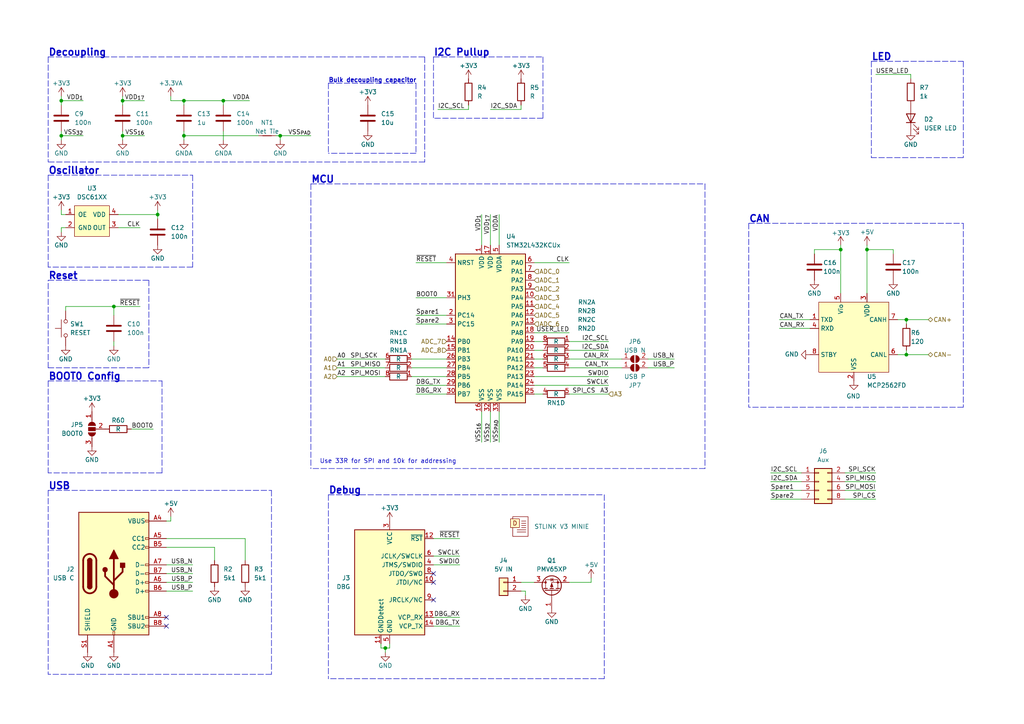
<source format=kicad_sch>
(kicad_sch (version 20211123) (generator eeschema)
  (paper "A4")
  (title_block (title "An2CAN") (date "2022-04-19") (rev "V0") (company "E-Agle TRT") (comment 1 "Thomas Nonis"))
  (lib_symbols
    (symbol "Connector:Conn_ST_STDC14"
      (property "Reference" "J" (at -8.89 16.51 0))
      (property "Value" "Conn_ST_STDC14" (at 17.78 16.51 0))
      (symbol "Conn_ST_STDC14_0_1"
        (rectangle (start -10.16 15.24) (end 10.16 -15.24) (stroke (width 0.254)) (fill (type background)))
      )
      (symbol "Conn_ST_STDC14_1_1"
        (pin no_connect line (at -10.16 5.08 0) (length 2.54) hide (name "NC") (number "1"))
        (pin output line (at 12.7 0 180) (length 2.54) (name "JTDI/NC") (number "10"))
        (pin passive line (at -2.54 -17.78 90) (length 2.54) (name "GNDDetect") (number "11"))
        (pin open_collector line (at 12.7 12.7 180) (length 2.54) (name "~{RST}") (number "12"))
        (pin output line (at 12.7 -10.16 180) (length 2.54) (name "VCP_RX") (number "13"))
        (pin input line (at 12.7 -12.7 180) (length 2.54) (name "VCP_TX") (number "14"))
        (pin no_connect line (at -10.16 2.54 0) (length 2.54) hide (name "NC") (number "2"))
        (pin power_in line (at 0 17.78 270) (length 2.54) (name "VCC") (number "3"))
        (pin bidirectional line (at 12.7 5.08 180) (length 2.54) (name "JTMS/SWDIO") (number "4"))
        (pin power_in line (at 0 -17.78 90) (length 2.54) (name "GND") (number "5"))
        (pin output line (at 12.7 7.62 180) (length 2.54) (name "JCLK/SWCLK") (number "6"))
        (pin passive line (at 0 -17.78 90) (length 2.54) hide (name "GND") (number "7"))
        (pin input line (at 12.7 2.54 180) (length 2.54) (name "JTDO/SWO") (number "8"))
        (pin input line (at 12.7 -5.08 180) (length 2.54) (name "JRCLK/NC") (number "9"))
      )
    )
    (symbol "Connector:USB_C_Receptacle_USB2.0" (pin_names (offset 1.016))
      (property "Reference" "J" (at -10.16 19.05 0))
      (property "Value" "USB_C_Receptacle_USB2.0" (at 19.05 19.05 0))
      (symbol "USB_C_Receptacle_USB2.0_0_0"
        (rectangle (start -0.254 -17.78) (end 0.254 -16.764))
        (rectangle (start 10.16 -14.986) (end 9.144 -15.494))
        (rectangle (start 10.16 -12.446) (end 9.144 -12.954))
        (rectangle (start 10.16 -4.826) (end 9.144 -5.334))
        (rectangle (start 10.16 -2.286) (end 9.144 -2.794))
        (rectangle (start 10.16 0.254) (end 9.144 -0.254))
        (rectangle (start 10.16 2.794) (end 9.144 2.286))
        (rectangle (start 10.16 7.874) (end 9.144 7.366))
        (rectangle (start 10.16 10.414) (end 9.144 9.906))
        (rectangle (start 10.16 15.494) (end 9.144 14.986))
      )
      (symbol "USB_C_Receptacle_USB2.0_0_1"
        (rectangle (start -10.16 17.78) (end 10.16 -17.78) (stroke (width 0.254)) (fill (type background)))
        (arc (start -8.89 -3.81) (mid -6.985 -5.715) (end -5.08 -3.81) (stroke (width 0.508)))
        (arc (start -7.62 -3.81) (mid -6.985 -4.445) (end -6.35 -3.81) (stroke (width 0.254)))
        (arc (start -7.62 -3.81) (mid -6.985 -4.445) (end -6.35 -3.81) (stroke (width 0.254)) (fill (type outline)))
        (rectangle (start -7.62 -3.81) (end -6.35 3.81) (stroke (width 0.254)) (fill (type outline)))
        (arc (start -6.35 3.81) (mid -6.985 4.445) (end -7.62 3.81) (stroke (width 0.254)))
        (arc (start -6.35 3.81) (mid -6.985 4.445) (end -7.62 3.81) (stroke (width 0.254)) (fill (type outline)))
        (arc (start -5.08 3.81) (mid -6.985 5.715) (end -8.89 3.81) (stroke (width 0.508)))
        (circle (center -2.54 1.143) (radius 0.635) (stroke (width 0.254)) (fill (type outline)))
        (circle (center 0 -5.842) (radius 1.27) (fill (type outline)))
        (polyline (pts (xy -8.89 -3.81) (xy -8.89 3.81)) (stroke (width 0.508)))
        (polyline (pts (xy -5.08 3.81) (xy -5.08 -3.81)) (stroke (width 0.508)))
        (polyline (pts (xy 0 -5.842) (xy 0 4.318)) (stroke (width 0.508)))
        (polyline (pts (xy 0 -3.302) (xy -2.54 -0.762) (xy -2.54 0.508)) (stroke (width 0.508)))
        (polyline (pts (xy 0 -2.032) (xy 2.54 0.508) (xy 2.54 1.778)) (stroke (width 0.508)))
        (polyline (pts (xy -1.27 4.318) (xy 0 6.858) (xy 1.27 4.318) (xy -1.27 4.318)) (stroke (width 0.254)) (fill (type outline)))
        (rectangle (start 1.905 1.778) (end 3.175 3.048) (stroke (width 0.254)) (fill (type outline)))
      )
      (symbol "USB_C_Receptacle_USB2.0_1_1"
        (pin passive line (at 0 -22.86 90) (length 5.08) (name "GND") (number "A1"))
        (pin passive line (at 0 -22.86 90) (length 5.08) hide (name "GND") (number "A12"))
        (pin passive line (at 15.24 15.24 180) (length 5.08) (name "VBUS") (number "A4"))
        (pin bidirectional line (at 15.24 10.16 180) (length 5.08) (name "CC1") (number "A5"))
        (pin bidirectional line (at 15.24 -2.54 180) (length 5.08) (name "D+") (number "A6"))
        (pin bidirectional line (at 15.24 2.54 180) (length 5.08) (name "D-") (number "A7"))
        (pin bidirectional line (at 15.24 -12.7 180) (length 5.08) (name "SBU1") (number "A8"))
        (pin passive line (at 15.24 15.24 180) (length 5.08) hide (name "VBUS") (number "A9"))
        (pin passive line (at 0 -22.86 90) (length 5.08) hide (name "GND") (number "B1"))
        (pin passive line (at 0 -22.86 90) (length 5.08) hide (name "GND") (number "B12"))
        (pin passive line (at 15.24 15.24 180) (length 5.08) hide (name "VBUS") (number "B4"))
        (pin bidirectional line (at 15.24 7.62 180) (length 5.08) (name "CC2") (number "B5"))
        (pin bidirectional line (at 15.24 -5.08 180) (length 5.08) (name "D+") (number "B6"))
        (pin bidirectional line (at 15.24 0 180) (length 5.08) (name "D-") (number "B7"))
        (pin bidirectional line (at 15.24 -15.24 180) (length 5.08) (name "SBU2") (number "B8"))
        (pin passive line (at 15.24 15.24 180) (length 5.08) hide (name "VBUS") (number "B9"))
        (pin passive line (at -7.62 -22.86 90) (length 5.08) (name "SHIELD") (number "S1"))
      )
    )
    (symbol "Connector_Generic:Conn_01x02" (pin_names (offset 1.016) hide)
      (property "Reference" "J" (at 0 2.54 0))
      (property "Value" "Conn_01x02" (at 0 -5.08 0))
      (symbol "Conn_01x02_1_1"
        (rectangle (start -1.27 -2.413) (end 0 -2.667) (stroke (width 0.1524)))
        (rectangle (start -1.27 0.127) (end 0 -0.127) (stroke (width 0.1524)))
        (rectangle (start -1.27 1.27) (end 1.27 -3.81) (stroke (width 0.254)) (fill (type background)))
        (pin passive line (at -5.08 0 0) (length 3.81) (name "Pin_1") (number "1"))
        (pin passive line (at -5.08 -2.54 0) (length 3.81) (name "Pin_2") (number "2"))
      )
    )
    (symbol "Connector_Generic:Conn_02x04_Odd_Even" (pin_names (offset 1.016) hide)
      (property "Reference" "J" (at 1.27 5.08 0))
      (property "Value" "Conn_02x04_Odd_Even" (at 1.27 -7.62 0))
      (symbol "Conn_02x04_Odd_Even_1_1"
        (rectangle (start -1.27 -4.953) (end 0 -5.207) (stroke (width 0.1524)))
        (rectangle (start -1.27 -2.413) (end 0 -2.667) (stroke (width 0.1524)))
        (rectangle (start -1.27 0.127) (end 0 -0.127) (stroke (width 0.1524)))
        (rectangle (start -1.27 2.667) (end 0 2.413) (stroke (width 0.1524)))
        (rectangle (start -1.27 3.81) (end 3.81 -6.35) (stroke (width 0.254)) (fill (type background)))
        (rectangle (start 3.81 -4.953) (end 2.54 -5.207) (stroke (width 0.1524)))
        (rectangle (start 3.81 -2.413) (end 2.54 -2.667) (stroke (width 0.1524)))
        (rectangle (start 3.81 0.127) (end 2.54 -0.127) (stroke (width 0.1524)))
        (rectangle (start 3.81 2.667) (end 2.54 2.413) (stroke (width 0.1524)))
        (pin passive line (at -5.08 2.54 0) (length 3.81) (name "Pin_1") (number "1"))
        (pin passive line (at 7.62 2.54 180) (length 3.81) (name "Pin_2") (number "2"))
        (pin passive line (at -5.08 0 0) (length 3.81) (name "Pin_3") (number "3"))
        (pin passive line (at 7.62 0 180) (length 3.81) (name "Pin_4") (number "4"))
        (pin passive line (at -5.08 -2.54 0) (length 3.81) (name "Pin_5") (number "5"))
        (pin passive line (at 7.62 -2.54 180) (length 3.81) (name "Pin_6") (number "6"))
        (pin passive line (at -5.08 -5.08 0) (length 3.81) (name "Pin_7") (number "7"))
        (pin passive line (at 7.62 -5.08 180) (length 3.81) (name "Pin_8") (number "8"))
      )
    )
    (symbol "Device:C" (pin_numbers hide) (pin_names (offset 0.254))
      (property "Reference" "C" (at 0.635 2.54 0))
      (property "Value" "C" (at 0.635 -2.54 0))
      (symbol "C_0_1"
        (polyline (pts (xy -2.032 -0.762) (xy 2.032 -0.762)) (stroke (width 0.508)))
        (polyline (pts (xy -2.032 0.762) (xy 2.032 0.762)) (stroke (width 0.508)))
      )
      (symbol "C_1_1"
        (pin passive line (at 0 3.81 270) (length 2.794) (name "~") (number "1"))
        (pin passive line (at 0 -3.81 90) (length 2.794) (name "~") (number "2"))
      )
    )
    (symbol "Device:LED" (pin_numbers hide) (pin_names (offset 1.016) hide)
      (property "Reference" "D" (at 0 2.54 0))
      (property "Value" "LED" (at 0 -2.54 0))
      (symbol "LED_0_1"
        (polyline (pts (xy -1.27 -1.27) (xy -1.27 1.27)) (stroke (width 0.254)))
        (polyline (pts (xy -1.27 0) (xy 1.27 0)))
        (polyline (pts (xy 1.27 -1.27) (xy 1.27 1.27) (xy -1.27 0) (xy 1.27 -1.27)) (stroke (width 0.254)))
        (polyline (pts (xy -3.048 -0.762) (xy -4.572 -2.286) (xy -3.81 -2.286) (xy -4.572 -2.286) (xy -4.572 -1.524)))
        (polyline (pts (xy -1.778 -0.762) (xy -3.302 -2.286) (xy -2.54 -2.286) (xy -3.302 -2.286) (xy -3.302 -1.524)))
      )
      (symbol "LED_1_1"
        (pin passive line (at -3.81 0 0) (length 2.54) (name "K") (number "1"))
        (pin passive line (at 3.81 0 180) (length 2.54) (name "A") (number "2"))
      )
    )
    (symbol "Device:NetTie_2" (pin_numbers hide) (pin_names (offset 0) hide) (in_bom no)
      (property "Reference" "NT" (at 0 1.27 0))
      (property "Value" "NetTie_2" (at 0 -1.27 0))
      (symbol "NetTie_2_0_1"
        (polyline (pts (xy -1.27 0) (xy 1.27 0)) (stroke (width 0.254)))
      )
      (symbol "NetTie_2_1_1"
        (pin passive line (at -2.54 0 0) (length 2.54) (name "1") (number "1"))
        (pin passive line (at 2.54 0 180) (length 2.54) (name "2") (number "2"))
      )
    )
    (symbol "Device:Q_PMOS_GSD" (pin_names (offset 0) hide)
      (property "Reference" "Q" (at 5.08 1.27 0))
      (property "Value" "Q_PMOS_GSD" (at 5.08 -1.27 0))
      (symbol "Q_PMOS_GSD_0_1"
        (polyline (pts (xy 0.254 0) (xy -2.54 0)))
        (polyline (pts (xy 0.254 1.905) (xy 0.254 -1.905)) (stroke (width 0.254)))
        (polyline (pts (xy 0.762 -1.27) (xy 0.762 -2.286)) (stroke (width 0.254)))
        (polyline (pts (xy 0.762 0.508) (xy 0.762 -0.508)) (stroke (width 0.254)))
        (polyline (pts (xy 0.762 2.286) (xy 0.762 1.27)) (stroke (width 0.254)))
        (polyline (pts (xy 2.54 2.54) (xy 2.54 1.778)))
        (polyline (pts (xy 2.54 -2.54) (xy 2.54 0) (xy 0.762 0)))
        (polyline (pts (xy 0.762 1.778) (xy 3.302 1.778) (xy 3.302 -1.778) (xy 0.762 -1.778)))
        (polyline (pts (xy 2.286 0) (xy 1.27 0.381) (xy 1.27 -0.381) (xy 2.286 0)) (fill (type outline)))
        (polyline (pts (xy 2.794 -0.508) (xy 2.921 -0.381) (xy 3.683 -0.381) (xy 3.81 -0.254)))
        (polyline (pts (xy 3.302 -0.381) (xy 2.921 0.254) (xy 3.683 0.254) (xy 3.302 -0.381)))
        (circle (center 1.651 0) (radius 2.794) (stroke (width 0.254)))
        (circle (center 2.54 -1.778) (radius 0.254) (fill (type outline)))
        (circle (center 2.54 1.778) (radius 0.254) (fill (type outline)))
      )
      (symbol "Q_PMOS_GSD_1_1"
        (pin input line (at -5.08 0 0) (length 2.54) (name "G") (number "1"))
        (pin passive line (at 2.54 -5.08 90) (length 2.54) (name "S") (number "2"))
        (pin passive line (at 2.54 5.08 270) (length 2.54) (name "D") (number "3"))
      )
    )
    (symbol "Device:R" (pin_numbers hide) (pin_names (offset 0))
      (property "Reference" "R" (at 2.032 0 90))
      (property "Value" "R" (at 0 0 90))
      (symbol "R_0_1"
        (rectangle (start -1.016 -2.54) (end 1.016 2.54) (stroke (width 0.254)))
      )
      (symbol "R_1_1"
        (pin passive line (at 0 3.81 270) (length 1.27) (name "~") (number "1"))
        (pin passive line (at 0 -3.81 90) (length 1.27) (name "~") (number "2"))
      )
    )
    (symbol "Device:R_Pack04_Split" (pin_names (offset 0) hide)
      (property "Reference" "RN" (at 2.032 0 90))
      (property "Value" "R_Pack04_Split" (at 0 0 90))
      (symbol "R_Pack04_Split_0_1"
        (rectangle (start 1.016 2.54) (end -1.016 -2.54) (stroke (width 0.254)))
      )
      (symbol "R_Pack04_Split_1_1"
        (pin passive line (at 0 -3.81 90) (length 1.27) (name "R1.1") (number "1"))
        (pin passive line (at 0 3.81 270) (length 1.27) (name "R1.2") (number "8"))
      )
      (symbol "R_Pack04_Split_2_1"
        (pin passive line (at 0 -3.81 90) (length 1.27) (name "R2.1") (number "2"))
        (pin passive line (at 0 3.81 270) (length 1.27) (name "R2.2") (number "7"))
      )
      (symbol "R_Pack04_Split_3_1"
        (pin passive line (at 0 -3.81 90) (length 1.27) (name "R3.1") (number "3"))
        (pin passive line (at 0 3.81 270) (length 1.27) (name "R3.2") (number "6"))
      )
      (symbol "R_Pack04_Split_4_1"
        (pin passive line (at 0 -3.81 90) (length 1.27) (name "R4.1") (number "4"))
        (pin passive line (at 0 3.81 270) (length 1.27) (name "R4.2") (number "5"))
      )
    )
    (symbol "Eagle_Main:DSC61XX" (pin_names (offset 1.016))
      (property "Reference" "U" (at -3.81 7.62 0))
      (property "Value" "DSC61XX" (at 0 5.08 0))
      (symbol "DSC61XX_0_1"
        (rectangle (start -5.08 3.81) (end 5.08 -5.08) (fill (type background)))
      )
      (symbol "DSC61XX_1_1"
        (pin input line (at -7.62 1.27 0) (length 2.54) (name "OE") (number "1"))
        (pin power_in line (at -7.62 -2.54 0) (length 2.54) (name "GND") (number "2"))
        (pin output line (at 7.62 -2.54 180) (length 2.54) (name "OUT") (number "3"))
        (pin power_in line (at 7.62 1.27 180) (length 2.54) (name "VDD") (number "4"))
      )
    )
    (symbol "Eagle_Main:MCP2562"
      (property "Reference" "U" (at 0 1.27 0))
      (property "Value" "MCP2562" (at 0 -1.27 0))
      (symbol "MCP2562_0_1"
        (polyline (pts (xy -10.16 10.16) (xy 10.16 10.16) (xy 10.16 -10.16) (xy -10.16 -10.16) (xy -10.16 10.16)) (stroke (width 0.1524)) (fill (type background)))
      )
      (symbol "MCP2562_1_1"
        (pin input line (at -12.7 5.08 0) (length 2.54) (name "TXD") (number "1"))
        (pin power_in line (at 0 -12.7 90) (length 2.54) (name "VSS") (number "2"))
        (pin power_in line (at 3.81 12.7 270) (length 2.54) (name "VDD") (number "3"))
        (pin output line (at -12.7 2.54 0) (length 2.54) (name "RXD") (number "4"))
        (pin power_in line (at -3.81 12.7 270) (length 2.54) (name "Vio") (number "5"))
        (pin bidirectional line (at 12.7 -5.08 180) (length 2.54) (name "CANL") (number "6"))
        (pin bidirectional line (at 12.7 5.08 180) (length 2.54) (name "CANH") (number "7"))
        (pin input line (at -12.7 -5.08 0) (length 2.54) (name "STBY") (number "8"))
      )
    )
    (symbol "Eagle_Symbols:Datasheet" (on_board no)
      (property "Value" "Datasheet" (at 0 3.81 0))
      (symbol "Datasheet_0_0"
        (text "D" (at -1.778 0.635 0) (effects (font (size 1.27 1.27))))
      )
      (symbol "Datasheet_0_1"
        (rectangle (start -3.048 1.905) (end -0.508 -0.635) (fill (type background)))
        (polyline (pts (xy -1.143 -1.905) (xy 1.397 -1.905)))
        (polyline (pts (xy -1.143 -1.27) (xy 1.397 -1.27)))
        (polyline (pts (xy 0.127 -0.635) (xy 1.397 -0.635)))
        (polyline (pts (xy 0.127 0) (xy 1.397 0)))
        (polyline (pts (xy 0.127 0.635) (xy 1.397 0.635)))
        (polyline (pts (xy 0.127 1.27) (xy 1.397 1.27)))
        (polyline (pts (xy -2.413 1.905) (xy -2.413 2.54) (xy 2.032 2.54) (xy 2.032 -3.175) (xy -2.413 -3.175) (xy -2.413 -0.635)))
      )
    )
    (symbol "Jumper:SolderJumper_2_Open" (pin_names (offset 0) hide)
      (property "Reference" "JP" (at 0 2.032 0))
      (property "Value" "SolderJumper_2_Open" (at 0 -2.54 0))
      (symbol "SolderJumper_2_Open_0_1"
        (arc (start -0.254 1.016) (mid -1.27 0) (end -0.254 -1.016))
        (arc (start -0.254 1.016) (mid -1.27 0) (end -0.254 -1.016) (fill (type outline)))
        (polyline (pts (xy -0.254 1.016) (xy -0.254 -1.016)))
        (polyline (pts (xy 0.254 1.016) (xy 0.254 -1.016)))
        (arc (start 0.254 -1.016) (mid 1.27 0) (end 0.254 1.016))
        (arc (start 0.254 -1.016) (mid 1.27 0) (end 0.254 1.016) (fill (type outline)))
      )
      (symbol "SolderJumper_2_Open_1_1"
        (pin passive line (at -3.81 0 0) (length 2.54) (name "A") (number "1"))
        (pin passive line (at 3.81 0 180) (length 2.54) (name "B") (number "2"))
      )
    )
    (symbol "Jumper:SolderJumper_3_Open" (pin_names (offset 0) hide)
      (property "Reference" "JP" (at -2.54 -2.54 0))
      (property "Value" "SolderJumper_3_Open" (at 0 2.794 0))
      (symbol "SolderJumper_3_Open_0_1"
        (arc (start -1.016 1.016) (mid -2.032 0) (end -1.016 -1.016))
        (arc (start -1.016 1.016) (mid -2.032 0) (end -1.016 -1.016) (fill (type outline)))
        (rectangle (start -0.508 1.016) (end 0.508 -1.016) (fill (type outline)))
        (polyline (pts (xy -2.54 0) (xy -2.032 0)))
        (polyline (pts (xy -1.016 1.016) (xy -1.016 -1.016)))
        (polyline (pts (xy 0 -1.27) (xy 0 -1.016)))
        (polyline (pts (xy 1.016 1.016) (xy 1.016 -1.016)))
        (polyline (pts (xy 2.54 0) (xy 2.032 0)))
        (arc (start 1.016 -1.016) (mid 2.032 0) (end 1.016 1.016))
        (arc (start 1.016 -1.016) (mid 2.032 0) (end 1.016 1.016) (fill (type outline)))
      )
      (symbol "SolderJumper_3_Open_1_1"
        (pin passive line (at -5.08 0 0) (length 2.54) (name "A") (number "1"))
        (pin passive line (at 0 -3.81 90) (length 2.54) (name "C") (number "2"))
        (pin passive line (at 5.08 0 180) (length 2.54) (name "B") (number "3"))
      )
    )
    (symbol "MCU_ST_STM32L4:STM32L432KCUx"
      (property "Reference" "U" (at -10.16 21.59 0))
      (property "Value" "STM32L432KCUx" (at 5.08 21.59 0))
      (symbol "STM32L432KCUx_0_1"
        (rectangle (start -10.16 -22.86) (end 10.16 20.32) (stroke (width 0.254)) (fill (type background)))
      )
      (symbol "STM32L432KCUx_1_1"
        (pin power_in line (at -2.54 22.86 270) (length 2.54) (name "VDD") (number "1"))
        (pin bidirectional line (at 12.7 7.62 180) (length 2.54) (name "PA4") (number "10"))
        (pin bidirectional line (at 12.7 5.08 180) (length 2.54) (name "PA5") (number "11"))
        (pin bidirectional line (at 12.7 2.54 180) (length 2.54) (name "PA6") (number "12"))
        (pin bidirectional line (at 12.7 0 180) (length 2.54) (name "PA7") (number "13"))
        (pin bidirectional line (at -12.7 -5.08 0) (length 2.54) (name "PB0") (number "14"))
        (pin bidirectional line (at -12.7 -7.62 0) (length 2.54) (name "PB1") (number "15"))
        (pin power_in line (at -2.54 -25.4 90) (length 2.54) (name "VSS") (number "16"))
        (pin power_in line (at 0 22.86 270) (length 2.54) (name "VDD") (number "17"))
        (pin bidirectional line (at 12.7 -2.54 180) (length 2.54) (name "PA8") (number "18"))
        (pin bidirectional line (at 12.7 -5.08 180) (length 2.54) (name "PA9") (number "19"))
        (pin bidirectional line (at -12.7 2.54 0) (length 2.54) (name "PC14") (number "2"))
        (pin bidirectional line (at 12.7 -7.62 180) (length 2.54) (name "PA10") (number "20"))
        (pin bidirectional line (at 12.7 -10.16 180) (length 2.54) (name "PA11") (number "21"))
        (pin bidirectional line (at 12.7 -12.7 180) (length 2.54) (name "PA12") (number "22"))
        (pin bidirectional line (at 12.7 -15.24 180) (length 2.54) (name "PA13") (number "23"))
        (pin bidirectional line (at 12.7 -17.78 180) (length 2.54) (name "PA14") (number "24"))
        (pin bidirectional line (at 12.7 -20.32 180) (length 2.54) (name "PA15") (number "25"))
        (pin bidirectional line (at -12.7 -10.16 0) (length 2.54) (name "PB3") (number "26"))
        (pin bidirectional line (at -12.7 -12.7 0) (length 2.54) (name "PB4") (number "27"))
        (pin bidirectional line (at -12.7 -15.24 0) (length 2.54) (name "PB5") (number "28"))
        (pin bidirectional line (at -12.7 -17.78 0) (length 2.54) (name "PB6") (number "29"))
        (pin bidirectional line (at -12.7 0 0) (length 2.54) (name "PC15") (number "3"))
        (pin bidirectional line (at -12.7 -20.32 0) (length 2.54) (name "PB7") (number "30"))
        (pin bidirectional line (at -12.7 7.62 0) (length 2.54) (name "PH3") (number "31"))
        (pin power_in line (at 0 -25.4 90) (length 2.54) (name "VSS") (number "32"))
        (pin power_in line (at 2.54 -25.4 90) (length 2.54) (name "VSS") (number "33"))
        (pin input line (at -12.7 17.78 0) (length 2.54) (name "NRST") (number "4"))
        (pin power_in line (at 2.54 22.86 270) (length 2.54) (name "VDDA") (number "5"))
        (pin bidirectional line (at 12.7 17.78 180) (length 2.54) (name "PA0") (number "6"))
        (pin bidirectional line (at 12.7 15.24 180) (length 2.54) (name "PA1") (number "7"))
        (pin bidirectional line (at 12.7 12.7 180) (length 2.54) (name "PA2") (number "8"))
        (pin bidirectional line (at 12.7 10.16 180) (length 2.54) (name "PA3") (number "9"))
      )
    )
    (symbol "Switch:SW_Push" (pin_numbers hide) (pin_names (offset 1.016) hide)
      (property "Reference" "SW" (at 1.27 2.54 0))
      (property "Value" "SW_Push" (at 0 -1.524 0))
      (symbol "SW_Push_0_1"
        (circle (center -2.032 0) (radius 0.508))
        (polyline (pts (xy 0 1.27) (xy 0 3.048)))
        (polyline (pts (xy 2.54 1.27) (xy -2.54 1.27)))
        (circle (center 2.032 0) (radius 0.508))
        (pin passive line (at -5.08 0 0) (length 2.54) (name "1") (number "1"))
        (pin passive line (at 5.08 0 180) (length 2.54) (name "2") (number "2"))
      )
    )
    (symbol "power:+3.3VA" (power) (pin_names (offset 0))
      (property "Value" "+3.3VA" (at 0 3.556 0))
      (symbol "+3.3VA_0_1"
        (polyline (pts (xy -0.762 1.27) (xy 0 2.54)))
        (polyline (pts (xy 0 0) (xy 0 2.54)))
        (polyline (pts (xy 0 2.54) (xy 0.762 1.27)))
      )
      (symbol "+3.3VA_1_1"
        (pin power_in line (at 0 0 90) (length 0) hide (name "+3.3VA") (number "1"))
      )
    )
    (symbol "power:+3V3" (power) (pin_names (offset 0))
      (property "Value" "+3V3" (at 0 3.556 0))
      (symbol "+3V3_0_1"
        (polyline (pts (xy -0.762 1.27) (xy 0 2.54)))
        (polyline (pts (xy 0 0) (xy 0 2.54)))
        (polyline (pts (xy 0 2.54) (xy 0.762 1.27)))
      )
      (symbol "+3V3_1_1"
        (pin power_in line (at 0 0 90) (length 0) hide (name "+3V3") (number "1"))
      )
    )
    (symbol "power:+5V" (power) (pin_names (offset 0))
      (property "Value" "+5V" (at 0 3.556 0))
      (symbol "+5V_0_1"
        (polyline (pts (xy -0.762 1.27) (xy 0 2.54)))
        (polyline (pts (xy 0 0) (xy 0 2.54)))
        (polyline (pts (xy 0 2.54) (xy 0.762 1.27)))
      )
      (symbol "+5V_1_1"
        (pin power_in line (at 0 0 90) (length 0) hide (name "+5V") (number "1"))
      )
    )
    (symbol "power:GND" (power) (pin_names (offset 0))
      (property "Value" "GND" (at 0 -3.81 0))
      (symbol "GND_0_1"
        (polyline (pts (xy 0 0) (xy 0 -1.27) (xy 1.27 -1.27) (xy 0 -2.54) (xy -1.27 -1.27) (xy 0 -1.27)))
      )
      (symbol "GND_1_1"
        (pin power_in line (at 0 0 270) (length 0) hide (name "GND") (number "1"))
      )
    )
    (symbol "power:GNDA" (power) (pin_names (offset 0))
      (property "Value" "GNDA" (at 0 -3.81 0))
      (symbol "GNDA_0_1"
        (polyline (pts (xy 0 0) (xy 0 -1.27) (xy 1.27 -1.27) (xy 0 -2.54) (xy -1.27 -1.27) (xy 0 -1.27)))
      )
      (symbol "GNDA_1_1"
        (pin power_in line (at 0 0 270) (length 0) hide (name "GNDA") (number "1"))
      )
    )
  )
  (junction (at 64.77 29.21))
  (junction (at 53.34 39.37))
  (junction (at 262.89 102.87))
  (junction (at 111.76 187.96))
  (junction (at 33.02 88.9))
  (junction (at 251.46 72.39))
  (junction (at 35.56 39.37))
  (junction (at 17.78 39.37))
  (junction (at 262.89 92.71))
  (junction (at 81.28 39.37))
  (junction (at 35.56 29.21))
  (junction (at 243.84 72.39))
  (junction (at 17.78 29.21))
  (junction (at 45.72 62.23))
  (junction (at 53.34 29.21))
  (no_connect (at 125.73 173.99))
  (no_connect (at 48.26 181.61))
  (no_connect (at 48.26 179.07))
  (no_connect (at 125.73 166.37))
  (no_connect (at 125.73 168.91))
  (wire (pts (xy 223.52 144.78) (xy 232.41 144.78)))
  (wire (pts (xy 35.56 29.21) (xy 35.56 30.48)))
  (polyline (pts (xy 13.97 106.68) (xy 13.97 81.28)))
  (wire (pts (xy 33.02 88.9) (xy 33.02 91.44)))
  (wire (pts (xy 35.56 39.37) (xy 35.56 40.64)))
  (wire (pts (xy 262.89 102.87) (xy 260.35 102.87)))
  (wire (pts (xy 223.52 142.24) (xy 232.41 142.24)))
  (wire (pts (xy 48.26 168.91) (xy 55.88 168.91)))
  (polyline (pts (xy 120.65 24.13) (xy 120.65 44.45)))
  (wire (pts (xy 165.1 114.3) (xy 176.53 114.3)))
  (polyline (pts (xy 13.97 50.8) (xy 13.97 77.47)))
  (wire (pts (xy 232.41 137.16) (xy 223.52 137.16)))
  (wire (pts (xy 144.78 128.27) (xy 144.78 119.38)))
  (polyline (pts (xy 217.17 64.77) (xy 217.17 118.11)))
  (polyline (pts (xy 95.25 143.51) (xy 95.25 196.85)))
  (wire (pts (xy 45.72 62.23) (xy 45.72 63.5)))
  (wire (pts (xy 19.05 88.9) (xy 19.05 90.17)))
  (wire (pts (xy 154.94 99.06) (xy 157.48 99.06)))
  (wire (pts (xy 110.49 187.96) (xy 111.76 187.96)))
  (wire (pts (xy 129.54 114.3) (xy 120.65 114.3)))
  (wire (pts (xy 33.02 88.9) (xy 40.64 88.9)))
  (wire (pts (xy 251.46 72.39) (xy 251.46 85.09)))
  (polyline (pts (xy 13.97 16.51) (xy 123.19 16.51)))
  (polyline (pts (xy 90.17 53.34) (xy 204.47 53.34)))
  (polyline (pts (xy 46.99 137.16) (xy 13.97 137.16)))
  (wire (pts (xy 236.22 72.39) (xy 243.84 72.39)))
  (polyline (pts (xy 95.25 143.51) (xy 175.26 143.51)))
  (polyline (pts (xy 157.48 16.51) (xy 157.48 34.29)))
  (polyline (pts (xy 252.73 17.78) (xy 279.4 17.78)))
  (wire (pts (xy 97.79 106.68) (xy 111.76 106.68)))
  (wire (pts (xy 187.96 104.14) (xy 195.58 104.14)))
  (wire (pts (xy 97.79 104.14) (xy 111.76 104.14)))
  (wire (pts (xy 154.94 114.3) (xy 157.48 114.3)))
  (wire (pts (xy 251.46 71.12) (xy 251.46 72.39)))
  (polyline (pts (xy 13.97 110.49) (xy 13.97 137.16)))
  (wire (pts (xy 17.78 29.21) (xy 17.78 30.48)))
  (wire (pts (xy 187.96 106.68) (xy 195.58 106.68)))
  (wire (pts (xy 33.02 99.06) (xy 33.02 100.33)))
  (wire (pts (xy 35.56 27.94) (xy 35.56 29.21)))
  (wire (pts (xy 232.41 139.7) (xy 223.52 139.7)))
  (wire (pts (xy 120.65 91.44) (xy 129.54 91.44)))
  (wire (pts (xy 64.77 29.21) (xy 64.77 30.48)))
  (wire (pts (xy 40.64 66.04) (xy 34.29 66.04)))
  (wire (pts (xy 264.16 21.59) (xy 264.16 22.86)))
  (wire (pts (xy 151.13 31.75) (xy 151.13 30.48)))
  (wire (pts (xy 139.7 128.27) (xy 139.7 119.38)))
  (wire (pts (xy 144.78 62.23) (xy 144.78 71.12)))
  (wire (pts (xy 269.24 92.71) (xy 262.89 92.71)))
  (wire (pts (xy 165.1 76.2) (xy 154.94 76.2)))
  (wire (pts (xy 17.78 66.04) (xy 19.05 66.04)))
  (wire (pts (xy 48.26 171.45) (xy 55.88 171.45)))
  (wire (pts (xy 151.13 168.91) (xy 154.94 168.91)))
  (wire (pts (xy 17.78 29.21) (xy 24.13 29.21)))
  (wire (pts (xy 245.11 142.24) (xy 254 142.24)))
  (wire (pts (xy 44.45 124.46) (xy 38.1 124.46)))
  (polyline (pts (xy 13.97 16.51) (xy 13.97 46.99)))
  (wire (pts (xy 165.1 99.06) (xy 176.53 99.06)))
  (wire (pts (xy 113.03 187.96) (xy 113.03 186.69)))
  (wire (pts (xy 97.79 109.22) (xy 111.76 109.22)))
  (wire (pts (xy 17.78 60.96) (xy 17.78 62.23)))
  (wire (pts (xy 165.1 96.52) (xy 154.94 96.52)))
  (polyline (pts (xy 123.19 46.99) (xy 13.97 46.99)))
  (wire (pts (xy 259.08 72.39) (xy 251.46 72.39)))
  (polyline (pts (xy 90.17 53.34) (xy 90.17 135.89)))
  (polyline (pts (xy 123.19 16.51) (xy 123.19 46.99)))
  (wire (pts (xy 154.94 104.14) (xy 157.48 104.14)))
  (polyline (pts (xy 125.73 16.51) (xy 125.73 34.29)))
  (wire (pts (xy 48.26 166.37) (xy 55.88 166.37)))
  (wire (pts (xy 53.34 40.64) (xy 53.34 39.37)))
  (polyline (pts (xy 279.4 64.77) (xy 279.4 118.11)))
  (polyline (pts (xy 13.97 142.24) (xy 13.97 195.58)))
  (wire (pts (xy 243.84 71.12) (xy 243.84 72.39)))
  (wire (pts (xy 120.65 86.36) (xy 129.54 86.36)))
  (polyline (pts (xy 204.47 135.89) (xy 90.17 135.89)))
  (wire (pts (xy 119.38 104.14) (xy 129.54 104.14)))
  (polyline (pts (xy 13.97 142.24) (xy 78.74 142.24)))
  (wire (pts (xy 110.49 186.69) (xy 110.49 187.96)))
  (wire (pts (xy 176.53 109.22) (xy 154.94 109.22)))
  (polyline (pts (xy 252.73 17.78) (xy 252.73 45.72)))
  (wire (pts (xy 135.89 31.75) (xy 135.89 30.48)))
  (wire (pts (xy 64.77 38.1) (xy 64.77 40.64)))
  (wire (pts (xy 53.34 39.37) (xy 74.93 39.37)))
  (wire (pts (xy 243.84 72.39) (xy 243.84 85.09)))
  (wire (pts (xy 17.78 39.37) (xy 24.13 39.37)))
  (wire (pts (xy 17.78 38.1) (xy 17.78 39.37)))
  (wire (pts (xy 19.05 88.9) (xy 33.02 88.9)))
  (polyline (pts (xy 13.97 50.8) (xy 55.88 50.8)))
  (wire (pts (xy 120.65 93.98) (xy 129.54 93.98)))
  (wire (pts (xy 234.95 92.71) (xy 226.06 92.71)))
  (wire (pts (xy 53.34 29.21) (xy 64.77 29.21)))
  (wire (pts (xy 49.53 27.94) (xy 49.53 29.21)))
  (wire (pts (xy 17.78 62.23) (xy 19.05 62.23)))
  (wire (pts (xy 62.23 158.75) (xy 48.26 158.75)))
  (wire (pts (xy 133.35 161.29) (xy 125.73 161.29)))
  (wire (pts (xy 262.89 101.6) (xy 262.89 102.87)))
  (wire (pts (xy 171.45 167.64) (xy 171.45 168.91)))
  (wire (pts (xy 142.24 62.23) (xy 142.24 71.12)))
  (wire (pts (xy 165.1 106.68) (xy 180.34 106.68)))
  (wire (pts (xy 64.77 29.21) (xy 72.39 29.21)))
  (polyline (pts (xy 157.48 34.29) (xy 125.73 34.29)))
  (wire (pts (xy 62.23 162.56) (xy 62.23 158.75)))
  (polyline (pts (xy 175.26 196.85) (xy 95.25 196.85)))
  (polyline (pts (xy 279.4 17.78) (xy 279.4 45.72)))
  (polyline (pts (xy 13.97 110.49) (xy 46.99 110.49)))
  (wire (pts (xy 71.12 156.21) (xy 71.12 162.56)))
  (wire (pts (xy 236.22 72.39) (xy 236.22 73.66)))
  (polyline (pts (xy 175.26 143.51) (xy 175.26 196.85)))
  (wire (pts (xy 17.78 67.31) (xy 17.78 66.04)))
  (polyline (pts (xy 204.47 53.34) (xy 204.47 135.89)))
  (wire (pts (xy 81.28 39.37) (xy 90.17 39.37)))
  (wire (pts (xy 119.38 106.68) (xy 129.54 106.68)))
  (polyline (pts (xy 78.74 142.24) (xy 78.74 195.58)))
  (polyline (pts (xy 13.97 106.68) (xy 43.18 106.68)))
  (wire (pts (xy 152.4 171.45) (xy 151.13 171.45)))
  (polyline (pts (xy 13.97 81.28) (xy 43.18 81.28)))
  (polyline (pts (xy 55.88 77.47) (xy 13.97 77.47)))
  (wire (pts (xy 245.11 144.78) (xy 254 144.78)))
  (wire (pts (xy 127 31.75) (xy 135.89 31.75)))
  (wire (pts (xy 45.72 60.96) (xy 45.72 62.23)))
  (wire (pts (xy 133.35 181.61) (xy 125.73 181.61)))
  (wire (pts (xy 120.65 76.2) (xy 129.54 76.2)))
  (wire (pts (xy 269.24 102.87) (xy 262.89 102.87)))
  (wire (pts (xy 120.65 111.76) (xy 129.54 111.76)))
  (wire (pts (xy 17.78 27.94) (xy 17.78 29.21)))
  (wire (pts (xy 152.4 172.72) (xy 152.4 171.45)))
  (wire (pts (xy 234.95 95.25) (xy 226.06 95.25)))
  (wire (pts (xy 154.94 106.68) (xy 157.48 106.68)))
  (wire (pts (xy 17.78 39.37) (xy 17.78 40.64)))
  (wire (pts (xy 139.7 62.23) (xy 139.7 71.12)))
  (wire (pts (xy 125.73 179.07) (xy 133.35 179.07)))
  (wire (pts (xy 49.53 149.86) (xy 49.53 151.13)))
  (wire (pts (xy 119.38 109.22) (xy 129.54 109.22)))
  (polyline (pts (xy 120.65 44.45) (xy 95.25 44.45)))
  (polyline (pts (xy 95.25 24.13) (xy 95.25 44.45)))
  (wire (pts (xy 142.24 128.27) (xy 142.24 119.38)))
  (wire (pts (xy 81.28 39.37) (xy 81.28 40.64)))
  (wire (pts (xy 35.56 38.1) (xy 35.56 39.37)))
  (wire (pts (xy 245.11 139.7) (xy 254 139.7)))
  (wire (pts (xy 49.53 29.21) (xy 53.34 29.21)))
  (wire (pts (xy 48.26 163.83) (xy 55.88 163.83)))
  (polyline (pts (xy 46.99 110.49) (xy 46.99 137.16)))
  (polyline (pts (xy 125.73 16.51) (xy 157.48 16.51)))
  (wire (pts (xy 254 21.59) (xy 264.16 21.59)))
  (wire (pts (xy 133.35 156.21) (xy 125.73 156.21)))
  (polyline (pts (xy 217.17 64.77) (xy 279.4 64.77)))
  (polyline (pts (xy 279.4 45.72) (xy 252.73 45.72)))
  (wire (pts (xy 245.11 137.16) (xy 254 137.16)))
  (wire (pts (xy 35.56 29.21) (xy 41.91 29.21)))
  (wire (pts (xy 53.34 39.37) (xy 53.34 38.1)))
  (wire (pts (xy 111.76 187.96) (xy 111.76 189.23)))
  (wire (pts (xy 53.34 30.48) (xy 53.34 29.21)))
  (wire (pts (xy 34.29 62.23) (xy 45.72 62.23)))
  (wire (pts (xy 35.56 39.37) (xy 41.91 39.37)))
  (polyline (pts (xy 78.74 195.58) (xy 13.97 195.58)))
  (wire (pts (xy 48.26 151.13) (xy 49.53 151.13)))
  (wire (pts (xy 154.94 101.6) (xy 157.48 101.6)))
  (wire (pts (xy 48.26 156.21) (xy 71.12 156.21)))
  (polyline (pts (xy 279.4 118.11) (xy 217.17 118.11)))
  (polyline (pts (xy 43.18 81.28) (xy 43.18 106.68)))
  (wire (pts (xy 133.35 163.83) (xy 125.73 163.83)))
  (wire (pts (xy 165.1 101.6) (xy 176.53 101.6)))
  (wire (pts (xy 262.89 92.71) (xy 262.89 93.98)))
  (polyline (pts (xy 95.25 24.13) (xy 120.65 24.13)))
  (wire (pts (xy 142.24 31.75) (xy 151.13 31.75)))
  (wire (pts (xy 80.01 39.37) (xy 81.28 39.37)))
  (wire (pts (xy 111.76 187.96) (xy 113.03 187.96)))
  (polyline (pts (xy 55.88 50.8) (xy 55.88 77.47)))
  (wire (pts (xy 176.53 111.76) (xy 154.94 111.76)))
  (wire (pts (xy 262.89 92.71) (xy 260.35 92.71)))
  (wire (pts (xy 259.08 72.39) (xy 259.08 73.66)))
  (wire (pts (xy 165.1 168.91) (xy 171.45 168.91)))
  (wire (pts (xy 165.1 104.14) (xy 180.34 104.14)))
  (text "Reset" (at 13.97 81.28 0) (effects (font (size 2 2) (thickness 0.4) bold) (justify left bottom)))
  (text "CAN" (at 217.17 64.77 0) (effects (font (size 2 2) (thickness 0.4) bold) (justify left bottom)))
  (text "I2C Pullup" (at 125.73 16.51 0) (effects (font (size 2 2) bold) (justify left bottom)))
  (text "BOOT0 Config" (at 13.97 110.49 0) (effects (font (size 2 2) (thickness 0.4) bold) (justify left bottom)))
  (text "Use 33R for SPI and 10k for addressing" (at 92.71 134.62 0) (effects (font (size 1.27 1.27)) (justify left bottom)))
  (text "Decoupling" (at 13.97 16.51 0) (effects (font (size 2 2) (thickness 0.4) bold) (justify left bottom)))
  (text "USB" (at 13.97 142.24 0) (effects (font (size 2 2) bold) (justify left bottom)))
  (text "LED" (at 252.73 17.78 0) (effects (font (size 2 2) (thickness 0.4) bold) (justify left bottom)))
  (text "Debug" (at 95.25 143.51 0) (effects (font (size 2 2) bold) (justify left bottom)))
  (text "Oscillator" (at 13.97 50.8 0) (effects (font (size 2 2) (thickness 0.4) bold) (justify left bottom)))
  (text "MCU" (at 90.17 53.34 0) (effects (font (size 2 2) bold) (justify left bottom)))
  (text "Bulk decoupling capacitor" (at 95.25 24.13 0) (effects (font (size 1.27 1.27) (thickness 0.254) bold) (justify left bottom)))
  (label "SPI_CS" (at 254 144.78 180))
  (label "VDD_{1}" (at 139.7 62.23 270))
  (label "Spare1" (at 120.65 91.44 0))
  (label "USB_P" (at 55.88 168.91 180))
  (label "SWCLK" (at 176.53 111.76 180))
  (label "VDD_{1}" (at 24.13 29.21 180))
  (label "VDDA" (at 144.78 62.23 270))
  (label "SWDIO" (at 133.35 163.83 180))
  (label "SPI_SCK" (at 101.6 104.14 0))
  (label "A2" (at 97.79 109.22 0))
  (label "USER_LED" (at 165.1 96.52 180))
  (label "SPI_MISO" (at 101.6 106.68 0))
  (label "~{RESET}" (at 120.65 76.2 0))
  (label "USB_P" (at 195.58 106.68 180))
  (label "~{RESET}" (at 40.64 88.9 180))
  (label "A0" (at 97.79 104.14 0))
  (label "I2C_SDA" (at 223.52 139.7 0))
  (label "VDDA" (at 72.39 29.21 180))
  (label "USB_P" (at 55.88 171.45 180))
  (label "CAN_TX" (at 176.53 106.68 180))
  (label "VSS_{32}" (at 142.24 128.27 90))
  (label "USER_LED" (at 254 21.59 0))
  (label "USB_N" (at 55.88 163.83 180))
  (label "DBG_TX" (at 133.35 181.61 180))
  (label "I2C_SDA" (at 176.53 101.6 180))
  (label "VDD_{17}" (at 142.24 62.23 270))
  (label "BOOT0" (at 120.65 86.36 0))
  (label "SPI_SCK" (at 254 137.16 180))
  (label "Spare2" (at 120.65 93.98 0))
  (label "CAN_RX" (at 226.06 95.25 0))
  (label "SPI_MISO" (at 254 139.7 180))
  (label "VDD_{17}" (at 41.91 29.21 180))
  (label "A3" (at 176.53 114.3 180))
  (label "I2C_SCL" (at 223.52 137.16 0))
  (label "VSS_{32}" (at 24.13 39.37 180))
  (label "VSS_{16}" (at 139.7 128.27 90))
  (label "CLK" (at 165.1 76.2 180))
  (label "CLK" (at 40.64 66.04 180))
  (label "SWCLK" (at 133.35 161.29 180))
  (label "VSS_{16}" (at 41.91 39.37 180))
  (label "USB_N" (at 55.88 166.37 180))
  (label "VSS_{PAD}" (at 90.17 39.37 180))
  (label "CAN_RX" (at 176.53 104.14 180))
  (label "VSS_{PAD}" (at 144.78 128.27 90))
  (label "A1" (at 97.79 106.68 0))
  (label "CAN_TX" (at 226.06 92.71 0))
  (label "~{RESET}" (at 133.35 156.21 180))
  (label "Spare1" (at 223.52 142.24 0))
  (label "DBG_RX" (at 120.65 114.3 0))
  (label "USB_N" (at 195.58 104.14 180))
  (label "DBG_RX" (at 133.35 179.07 180))
  (label "SPI_MOSI" (at 101.6 109.22 0))
  (label "SPI_MOSI" (at 254 142.24 180))
  (label "DBG_TX" (at 120.65 111.76 0))
  (label "I2C_SDA" (at 142.24 31.75 0))
  (label "SPI_CS" (at 172.72 114.3 180))
  (label "SWDIO" (at 176.53 109.22 180))
  (label "Spare2" (at 223.52 144.78 0))
  (label "I2C_SCL" (at 127 31.75 0))
  (label "BOOT0" (at 44.45 124.46 180))
  (label "I2C_SCL" (at 176.53 99.06 180))
  (hierarchical_label "ADC_2" (shape input) (at 154.94 83.82 0))
  (hierarchical_label "ADC_0" (shape input) (at 154.94 78.74 0))
  (hierarchical_label "CAN-" (shape bidirectional) (at 269.24 102.87 0))
  (hierarchical_label "ADC_1" (shape input) (at 154.94 81.28 0))
  (hierarchical_label "A1" (shape input) (at 97.79 106.68 180))
  (hierarchical_label "A0" (shape input) (at 97.79 104.14 180))
  (hierarchical_label "ADC_3" (shape input) (at 154.94 86.36 0))
  (hierarchical_label "ADC_6" (shape input) (at 154.94 93.98 0))
  (hierarchical_label "ADC_8" (shape input) (at 129.54 101.6 180))
  (hierarchical_label "ADC_7" (shape input) (at 129.54 99.06 180))
  (hierarchical_label "A3" (shape input) (at 176.53 114.3 0))
  (hierarchical_label "ADC_5" (shape input) (at 154.94 91.44 0))
  (hierarchical_label "A2" (shape input) (at 97.79 109.22 180))
  (hierarchical_label "ADC_4" (shape input) (at 154.94 88.9 0))
  (hierarchical_label "CAN+" (shape bidirectional) (at 269.24 92.71 0))
  (symbol (lib_id "Connector_Generic:Conn_02x04_Odd_Even") (at 237.49 139.7 0) (unit 1)
    (property "Reference" "J6" (at 238.76 130.81 0))
    (property "Value" "Aux" (at 238.76 133.35 0))
    (property "Footprint" "Connector_PinHeader_2.54mm:PinHeader_2x04_P2.54mm_Vertical" (effects hide))
  )
  (symbol (lib_id "Jumper:SolderJumper_3_Open") (at 26.67 124.46 90) (mirror x) (unit 1)
    (property "Reference" "JP5" (at 24.13 123.1899 90) (effects (justify left)))
    (property "Value" "BOOT0" (at 24.13 125.7299 90) (effects (justify left)))
    (property "Footprint" "Jumper:SolderJumper-3_P1.3mm_Open_RoundedPad1.0x1.5mm" (effects hide))
  )
  (symbol (lib_id "Device:R_Pack04_Split") (at 161.29 114.3 270) (mirror x) (unit 4)
    (property "Reference" "RN1" (at 161.29 116.84 90))
    (property "Value" "R" (at 161.29 114.3 90))
    (property "Footprint" "Resistor_SMD:R_Array_Convex_4x0603" (effects hide))
  )
  (symbol (lib_id "power:GND") (at 33.02 189.23 0) (mirror y) (unit 1)
    (property "Reference" "#PWR043" (effects hide))
    (property "Value" "GND" (at 33.02 193.04 0))
  )
  (symbol (lib_id "Device:C") (at 35.56 34.29 0) (unit 1)
    (property "Reference" "C11" (at 39.37 33.0199 0) (effects (justify left)))
    (property "Value" "100n" (at 39.37 35.5599 0) (effects (justify left)))
    (property "Footprint" "Capacitor_SMD:C_0603_1608Metric" (effects hide))
  )
  (symbol (lib_id "power:+3V3") (at 35.56 27.94 0) (unit 1)
    (property "Reference" "#PWR044" (effects hide))
    (property "Value" "+3V3" (at 35.56 24.13 0))
  )
  (symbol (lib_id "Device:Q_PMOS_GSD") (at 160.02 171.45 90) (unit 1)
    (property "Reference" "Q1" (at 160.02 162.56 90))
    (property "Value" "PMV65XP" (at 160.02 165.1 90))
    (property "Footprint" "Package_TO_SOT_SMD:SOT-23" (effects hide))
    (property "Datasheet" "docs/datasheets/pmos_pmv65xp_datasheet.pdf" (effects hide))
    (property "Store" "https://www.mouser.it/ProductDetail/Nexperia/PMV65XP215?qs=LOCUfHb8d9vrGIOLtHQKZA%3D%3D" (effects hide))
    (property "PN" "PMV65XP,215" (effects hide))
  )
  (symbol (lib_id "Device:R_Pack04_Split") (at 115.57 109.22 90) (unit 1)
    (property "Reference" "RN1" (at 115.57 101.6 90))
    (property "Value" "R" (at 115.57 109.22 90))
    (property "Footprint" "Resistor_SMD:R_Array_Convex_4x0603" (effects hide))
  )
  (symbol (lib_id "Device:R_Pack04_Split") (at 115.57 106.68 90) (unit 2)
    (property "Reference" "RN1" (at 115.57 99.06 90))
    (property "Value" "R" (at 115.57 106.68 90))
    (property "Footprint" "Resistor_SMD:R_Array_Convex_4x0603" (effects hide))
  )
  (symbol (lib_id "power:+3V3") (at 45.72 60.96 0) (unit 1)
    (property "Reference" "#PWR046" (effects hide))
    (property "Value" "+3V3" (at 45.72 57.15 0))
  )
  (symbol (lib_id "Device:R") (at 62.23 166.37 0) (unit 1)
    (property "Reference" "R2" (at 64.77 165.0999 0) (effects (justify left)))
    (property "Value" "5k1" (at 64.77 167.6399 0) (effects (justify left)))
    (property "Footprint" "Resistor_SMD:R_0805_2012Metric" (effects hide))
  )
  (symbol (lib_id "power:GND") (at 247.65 110.49 0) (mirror y) (unit 1)
    (property "Reference" "#PWR066" (effects hide))
    (property "Value" "GND" (at 247.523 114.8842 0))
  )
  (symbol (lib_id "Device:R_Pack04_Split") (at 115.57 104.14 90) (unit 3)
    (property "Reference" "RN1" (at 115.57 96.52 90))
    (property "Value" "R" (at 115.57 104.14 90))
    (property "Footprint" "Resistor_SMD:R_Array_Convex_4x0603" (effects hide))
  )
  (symbol (lib_id "Connector:USB_C_Receptacle_USB2.0") (at 33.02 166.37 0) (unit 1)
    (property "Reference" "J2" (at 21.59 165.0999 0) (effects (justify right)))
    (property "Value" "USB C" (at 21.59 167.6399 0) (effects (justify right)))
    (property "Footprint" "Connector_USB:USB_C_Receptacle_HRO_TYPE-C-31-M-12" (effects hide))
    (property "Datasheet" "https://www.usb.org/sites/default/files/documents/usb_type-c.zip" (effects hide))
  )
  (symbol (lib_id "Device:LED") (at 264.16 34.29 90) (unit 1)
    (property "Reference" "D2" (at 267.97 34.6074 90) (effects (justify right)))
    (property "Value" "USER LED" (at 267.97 37.1474 90) (effects (justify right)))
    (property "Footprint" "LED_SMD:LED_0603_1608Metric" (effects hide))
  )
  (symbol (lib_id "Device:C") (at 236.22 77.47 0) (unit 1)
    (property "Reference" "C16" (at 238.76 76.2 0) (effects (justify left)))
    (property "Value" "100n" (at 238.76 78.74 0) (effects (justify left)))
    (property "Footprint" "Capacitor_SMD:C_0603_1608Metric" (effects hide))
  )
  (symbol (lib_id "power:+5V") (at 251.46 71.12 0) (mirror y) (unit 1)
    (property "Reference" "#PWR067" (effects hide))
    (property "Value" "+5V" (at 251.46 67.31 0))
  )
  (symbol (lib_id "power:GND") (at 33.02 100.33 0) (unit 1)
    (property "Reference" "#PWR042" (effects hide))
    (property "Value" "GND" (at 33.02 104.14 0))
  )
  (symbol (lib_id "power:+3V3") (at 243.84 71.12 0) (unit 1)
    (property "Reference" "#PWR065" (effects hide))
    (property "Value" "+3V3" (at 243.84 67.564 0))
  )
  (symbol (lib_id "power:GND") (at 106.68 38.1 0) (unit 1)
    (property "Reference" "#PWR055" (effects hide))
    (property "Value" "GND" (at 106.68 41.91 0))
  )
  (symbol (lib_id "MCU_ST_STM32L4:STM32L432KCUx") (at 142.24 93.98 0) (unit 1)
    (property "Reference" "U4" (at 146.7994 68.58 0) (effects (justify left)))
    (property "Value" "STM32L432KCUx" (at 146.7994 71.12 0) (effects (justify left)))
    (property "Footprint" "Package_DFN_QFN:QFN-32-1EP_5x5mm_P0.5mm_EP3.45x3.45mm" (effects hide))
    (property "Datasheet" "docs/datasheets/mcu_stm32l432k.pdf" (effects hide))
    (property "Secondary Datasheet" "docs/application-notes/an4555_stm32l4x-hw-design-guide.pdf" (effects hide))
  )
  (symbol (lib_id "power:GNDA") (at 64.77 40.64 0) (unit 1)
    (property "Reference" "#PWR053" (effects hide))
    (property "Value" "GNDA" (at 64.77 44.45 0))
  )
  (symbol (lib_id "Device:C") (at 259.08 77.47 0) (unit 1)
    (property "Reference" "C17" (at 261.62 76.2 0) (effects (justify left)))
    (property "Value" "100n" (at 261.62 78.74 0) (effects (justify left)))
    (property "Footprint" "Capacitor_SMD:C_0603_1608Metric" (effects hide))
  )
  (symbol (lib_id "Eagle_Main:MCP2562") (at 247.65 97.79 0) (unit 1)
    (property "Reference" "U5" (at 251.46 109.22 0) (effects (justify left)))
    (property "Value" "MCP2562FD" (at 251.46 111.76 0) (effects (justify left)))
    (property "Footprint" "Package_SO:SOIC-8_3.9x4.9mm_P1.27mm" (effects hide))
    (property "Datasheet" "docs/datasheets/can-transceiver_mcp2562fd_datasheet.pdf" (effects hide))
    (property "Store" "https://www.mouser.it/ProductDetail/Microchip-Technology-Atmel/MCP2562FD-H-SN?qs=YlpJWyuQ3POk3KZHoNA6vA%3D%3D" (effects hide))
    (property "PN" "MCP2562FD-H/SN" (effects hide))
  )
  (symbol (lib_id "Device:R_Pack04_Split") (at 161.29 99.06 90) (mirror x) (unit 1)
    (property "Reference" "RN2" (at 170.18 87.63 90))
    (property "Value" "R" (at 161.29 99.06 90))
    (property "Footprint" "Resistor_SMD:R_Array_Convex_4x0603" (effects hide))
  )
  (symbol (lib_id "Device:R") (at 71.12 166.37 0) (unit 1)
    (property "Reference" "R3" (at 73.66 165.0999 0) (effects (justify left)))
    (property "Value" "5k1" (at 73.66 167.6399 0) (effects (justify left)))
    (property "Footprint" "Resistor_SMD:R_0805_2012Metric" (effects hide))
  )
  (symbol (lib_id "Device:R") (at 135.89 26.67 0) (unit 1)
    (property "Reference" "R4" (at 138.43 25.3999 0) (effects (justify left)))
    (property "Value" "R" (at 138.43 27.9399 0) (effects (justify left)))
    (property "Footprint" "Resistor_SMD:R_0603_1608Metric" (effects hide))
  )
  (symbol (lib_id "Device:R") (at 34.29 124.46 90) (unit 1)
    (property "Reference" "R60" (at 34.29 121.92 90))
    (property "Value" "R" (at 34.29 124.46 90))
    (property "Footprint" "Resistor_SMD:R_0603_1608Metric" (effects hide))
  )
  (symbol (lib_id "Device:R_Pack04_Split") (at 161.29 106.68 90) (mirror x) (unit 4)
    (property "Reference" "RN2" (at 170.18 95.25 90))
    (property "Value" "R" (at 161.29 106.68 90))
    (property "Footprint" "Resistor_SMD:R_Array_Convex_4x0603" (effects hide))
  )
  (symbol (lib_id "power:+5V") (at 49.53 149.86 0) (mirror y) (unit 1)
    (property "Reference" "#PWR048" (effects hide))
    (property "Value" "+5V" (at 49.53 146.05 0))
  )
  (symbol (lib_id "power:+3V3") (at 17.78 27.94 0) (unit 1)
    (property "Reference" "#PWR033" (effects hide))
    (property "Value" "+3V3" (at 17.78 24.13 0))
  )
  (symbol (lib_id "Device:NetTie_2") (at 77.47 39.37 0) (mirror y) (unit 1) (in_bom no)
    (property "Reference" "NT1" (at 77.47 35.56 0))
    (property "Value" "Net Tie" (at 77.47 38.1 0))
    (property "Footprint" "NetTie:NetTie-2_SMD_Pad0.5mm" (effects hide))
  )
  (symbol (lib_id "power:+3V3") (at 113.03 151.13 0) (unit 1)
    (property "Reference" "#PWR057" (effects hide))
    (property "Value" "+3V3" (at 113.03 147.32 0))
  )
  (symbol (lib_id "power:GND") (at 259.08 81.28 0) (unit 1)
    (property "Reference" "#PWR068" (effects hide))
    (property "Value" "GND" (at 259.08 85.09 0))
  )
  (symbol (lib_id "power:GND") (at 25.4 189.23 0) (mirror y) (unit 1)
    (property "Reference" "#PWR039" (effects hide))
    (property "Value" "GND" (at 25.4 193.04 0))
  )
  (symbol (lib_id "power:+3.3VA") (at 49.53 27.94 0) (unit 1)
    (property "Reference" "#PWR050" (effects hide))
    (property "Value" "+3.3VA" (at 49.53 24.13 0))
  )
  (symbol (lib_id "power:GNDA") (at 53.34 40.64 0) (unit 1)
    (property "Reference" "#PWR051" (effects hide))
    (property "Value" "GNDA" (at 53.34 44.45 0))
  )
  (symbol (lib_id "Device:C") (at 17.78 34.29 0) (unit 1)
    (property "Reference" "C9" (at 21.59 33.0199 0) (effects (justify left)))
    (property "Value" "100n" (at 21.59 35.5599 0) (effects (justify left)))
    (property "Footprint" "Capacitor_SMD:C_0603_1608Metric" (effects hide))
  )
  (symbol (lib_id "power:+5V") (at 171.45 167.64 0) (mirror y) (unit 1)
    (property "Reference" "#PWR062" (effects hide))
    (property "Value" "+5V" (at 171.45 163.83 0))
  )
  (symbol (lib_id "power:+3V3") (at 106.68 30.48 0) (unit 1)
    (property "Reference" "#PWR054" (effects hide))
    (property "Value" "+3V3" (at 106.68 26.67 0))
  )
  (symbol (lib_id "power:GND") (at 234.95 102.87 270) (mirror x) (unit 1)
    (property "Reference" "#PWR063" (effects hide))
    (property "Value" "GND" (at 231.6988 102.743 90) (effects (justify right)))
  )
  (symbol (lib_id "power:GND") (at 160.02 176.53 0) (mirror y) (unit 1)
    (property "Reference" "#PWR061" (effects hide))
    (property "Value" "GND" (at 160.02 180.34 0))
  )
  (symbol (lib_id "power:GND") (at 236.22 81.28 0) (mirror y) (unit 1)
    (property "Reference" "#PWR064" (effects hide))
    (property "Value" "GND" (at 236.22 85.09 0))
  )
  (symbol (lib_id "power:+3V3") (at 26.67 119.38 0) (mirror y) (unit 1)
    (property "Reference" "#PWR040" (effects hide))
    (property "Value" "+3V3" (at 26.67 115.57 0))
  )
  (symbol (lib_id "Connector:Conn_ST_STDC14") (at 113.03 168.91 0) (unit 1)
    (property "Reference" "J3" (at 101.6 167.6399 0) (effects (justify right)))
    (property "Value" "DBG" (at 101.6 170.1799 0) (effects (justify right)))
    (property "Footprint" "Eagle_Connectors:SAMTEC_FTSH-107-01-L-DV-K-TR" (effects hide))
    (property "Datasheet" "https://www.st.com/content/ccc/resource/technical/document/user_manual/group1/99/49/91/b6/b2/3a/46/e5/DM00526767/files/DM00526767.pdf/jcr:content/translations/en.DM00526767.pdf" (effects hide))
  )
  (symbol (lib_id "power:GND") (at 62.23 170.18 0) (mirror y) (unit 1)
    (property "Reference" "#PWR049" (effects hide))
    (property "Value" "GND" (at 62.23 173.99 0))
  )
  (symbol (lib_id "power:GND") (at 81.28 40.64 0) (mirror y) (unit 1)
    (property "Reference" "#PWR0150" (effects hide))
    (property "Value" "GND" (at 81.28 44.45 0))
  )
  (symbol (lib_id "Device:R") (at 262.89 97.79 180) (unit 1)
    (property "Reference" "R6" (at 264.16 96.52 0) (effects (justify right)))
    (property "Value" "120" (at 264.16 99.06 0) (effects (justify right)))
    (property "Footprint" "Resistor_SMD:R_0805_2012Metric" (effects hide))
  )
  (symbol (lib_id "Device:R") (at 151.13 26.67 0) (unit 1)
    (property "Reference" "R5" (at 153.67 25.3999 0) (effects (justify left)))
    (property "Value" "R" (at 153.67 27.9399 0) (effects (justify left)))
    (property "Footprint" "Resistor_SMD:R_0603_1608Metric" (effects hide))
  )
  (symbol (lib_id "power:GND") (at 111.76 189.23 0) (unit 1)
    (property "Reference" "#PWR056" (effects hide))
    (property "Value" "GND" (at 111.76 193.04 0))
  )
  (symbol (lib_id "power:+3V3") (at 135.89 22.86 0) (unit 1)
    (property "Reference" "#PWR058" (effects hide))
    (property "Value" "+3V3" (at 135.89 19.05 0))
  )
  (symbol (lib_id "power:GND") (at 17.78 40.64 0) (unit 1)
    (property "Reference" "#PWR034" (effects hide))
    (property "Value" "GND" (at 17.78 44.45 0))
  )
  (symbol (lib_id "Jumper:SolderJumper_2_Open") (at 184.15 104.14 0) (unit 1)
    (property "Reference" "JP6" (at 184.15 99.06 0))
    (property "Value" "USB N" (at 184.15 101.6 0))
    (property "Footprint" "Jumper:SolderJumper-2_P1.3mm_Open_RoundedPad1.0x1.5mm" (effects hide))
  )
  (symbol (lib_id "power:GND") (at 26.67 129.54 0) (mirror y) (unit 1)
    (property "Reference" "#PWR041" (effects hide))
    (property "Value" "GND" (at 26.67 133.35 0))
  )
  (symbol (lib_id "Device:C") (at 106.68 34.29 0) (unit 1)
    (property "Reference" "C15" (at 110.49 33.0199 0) (effects (justify left)))
    (property "Value" "10u" (at 110.49 35.5599 0) (effects (justify left)))
    (property "Footprint" "Capacitor_SMD:C_0805_2012Metric" (effects hide))
  )
  (symbol (lib_id "Device:R_Pack04_Split") (at 161.29 101.6 90) (mirror x) (unit 2)
    (property "Reference" "RN2" (at 170.18 90.17 90))
    (property "Value" "R" (at 161.29 101.6 90))
    (property "Footprint" "Resistor_SMD:R_Array_Convex_4x0603" (effects hide))
  )
  (symbol (lib_id "Switch:SW_Push") (at 19.05 95.25 90) (unit 1)
    (property "Reference" "SW1" (at 20.32 93.9799 90) (effects (justify right)))
    (property "Value" "RESET" (at 20.32 96.5199 90) (effects (justify right)))
    (property "Footprint" "Button_Switch_SMD:SW_SPST_FSMSM" (effects hide))
  )
  (symbol (lib_id "power:GND") (at 17.78 67.31 0) (unit 1)
    (property "Reference" "#PWR036" (effects hide))
    (property "Value" "GND" (at 17.78 71.12 0))
  )
  (symbol (lib_id "power:GND") (at 264.16 38.1 0) (unit 1)
    (property "Reference" "#PWR069" (effects hide))
    (property "Value" "GND" (at 264.16 41.91 0))
  )
  (symbol (lib_id "Device:C") (at 33.02 95.25 0) (unit 1)
    (property "Reference" "C10" (at 36.83 93.9799 0) (effects (justify left)))
    (property "Value" "100n" (at 36.83 96.5199 0) (effects (justify left)))
    (property "Footprint" "Capacitor_SMD:C_0603_1608Metric" (effects hide))
  )
  (symbol (lib_id "Device:C") (at 53.34 34.29 0) (unit 1)
    (property "Reference" "C13" (at 57.15 33.0199 0) (effects (justify left)))
    (property "Value" "1u" (at 57.15 35.5599 0) (effects (justify left)))
    (property "Footprint" "Capacitor_SMD:C_0805_2012Metric" (effects hide))
  )
  (symbol (lib_id "Device:R_Pack04_Split") (at 161.29 104.14 90) (mirror x) (unit 3)
    (property "Reference" "RN2" (at 170.18 92.71 90))
    (property "Value" "R" (at 161.29 104.14 90))
    (property "Footprint" "Resistor_SMD:R_Array_Convex_4x0603" (effects hide))
  )
  (symbol (lib_id "power:GND") (at 152.4 172.72 0) (mirror y) (unit 1)
    (property "Reference" "#PWR060" (effects hide))
    (property "Value" "GND" (at 152.4 176.53 0))
  )
  (symbol (lib_id "power:GND") (at 45.72 71.12 0) (unit 1)
    (property "Reference" "#PWR047" (effects hide))
    (property "Value" "GND" (at 45.72 74.93 0))
  )
  (symbol (lib_id "Device:C") (at 64.77 34.29 0) (unit 1)
    (property "Reference" "C14" (at 68.58 33.0199 0) (effects (justify left)))
    (property "Value" "100n" (at 68.58 35.5599 0) (effects (justify left)))
    (property "Footprint" "Capacitor_SMD:C_0603_1608Metric" (effects hide))
  )
  (symbol (lib_id "Device:R") (at 264.16 26.67 0) (unit 1)
    (property "Reference" "R7" (at 266.7 25.3999 0) (effects (justify left)))
    (property "Value" "1k" (at 266.7 27.9399 0) (effects (justify left)))
    (property "Footprint" "Resistor_SMD:R_0603_1608Metric" (effects hide))
  )
  (symbol (lib_id "Connector_Generic:Conn_01x02") (at 146.05 168.91 0) (mirror y) (unit 1)
    (property "Reference" "J4" (at 146.05 162.56 0))
    (property "Value" "5V IN" (at 146.05 165.1 0))
    (property "Footprint" "Connector_PinHeader_2.54mm:PinHeader_1x02_P2.54mm_Vertical" (effects hide))
  )
  (symbol (lib_id "power:GND") (at 71.12 170.18 0) (mirror y) (unit 1)
    (property "Reference" "#PWR052" (effects hide))
    (property "Value" "GND" (at 71.12 173.99 0))
  )
  (symbol (lib_id "power:+3V3") (at 17.78 60.96 0) (unit 1)
    (property "Reference" "#PWR035" (effects hide))
    (property "Value" "+3V3" (at 17.78 57.15 0))
  )
  (symbol (lib_id "power:+3V3") (at 151.13 22.86 0) (unit 1)
    (property "Reference" "#PWR059" (effects hide))
    (property "Value" "+3V3" (at 151.13 19.05 0))
  )
  (symbol (lib_id "Eagle_Main:DSC61XX") (at 26.67 63.5 0) (unit 1)
    (property "Reference" "U3" (at 26.67 54.61 0))
    (property "Value" "DSC61XX" (at 26.67 57.15 0))
    (property "Footprint" "Package_LGA:VLGA-4_2x2.5mm_P1.65mm" (effects hide))
    (property "Datasheet" "docs/datasheets/osc_dsc61xx.pdf" (effects hide))
  )
  (symbol (lib_id "Jumper:SolderJumper_2_Open") (at 184.15 106.68 0) (mirror x) (unit 1)
    (property "Reference" "JP7" (at 184.15 111.76 0))
    (property "Value" "USB P" (at 184.15 109.22 0))
    (property "Footprint" "Jumper:SolderJumper-2_P1.3mm_Open_RoundedPad1.0x1.5mm" (effects hide))
  )
  (symbol (lib_id "power:GND") (at 19.05 100.33 0) (unit 1)
    (property "Reference" "#PWR038" (effects hide))
    (property "Value" "GND" (at 19.05 104.14 0))
  )
  (symbol (lib_id "Eagle_Symbols:Datasheet") (at 151.13 152.4 0) (unit 1) (in_bom no) (on_board no)
    (property "Reference" "D1" (effects hide))
    (property "Value" "STLINK V3 MINIE" (at 154.94 152.7174 0) (effects (justify left)))
    (property "Datasheet" "docs/datasheets/debugger_stlinkv3minie.pdf" (effects hide))
  )
  (symbol (lib_id "Device:C") (at 45.72 67.31 0) (unit 1)
    (property "Reference" "C12" (at 49.53 66.0399 0) (effects (justify left)))
    (property "Value" "100n" (at 49.53 68.5799 0) (effects (justify left)))
    (property "Footprint" "Capacitor_SMD:C_0603_1608Metric" (effects hide))
  )
  (symbol (lib_id "power:GND") (at 35.56 40.64 0) (unit 1)
    (property "Reference" "#PWR045" (effects hide))
    (property "Value" "GND" (at 35.56 44.45 0))
  )
)
</source>
